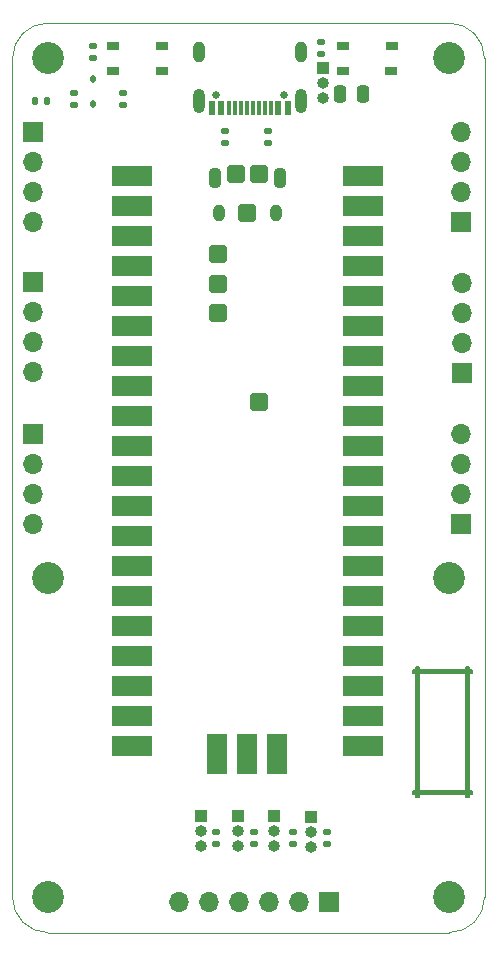
<source format=gbr>
%TF.GenerationSoftware,KiCad,Pcbnew,7.0.7*%
%TF.CreationDate,2024-10-30T16:50:21+00:00*%
%TF.ProjectId,Ponder-Pico2,506f6e64-6572-42d5-9069-636f322e6b69,1.0*%
%TF.SameCoordinates,Original*%
%TF.FileFunction,Soldermask,Top*%
%TF.FilePolarity,Negative*%
%FSLAX46Y46*%
G04 Gerber Fmt 4.6, Leading zero omitted, Abs format (unit mm)*
G04 Created by KiCad (PCBNEW 7.0.7) date 2024-10-30 16:50:21*
%MOMM*%
%LPD*%
G01*
G04 APERTURE LIST*
G04 Aperture macros list*
%AMRoundRect*
0 Rectangle with rounded corners*
0 $1 Rounding radius*
0 $2 $3 $4 $5 $6 $7 $8 $9 X,Y pos of 4 corners*
0 Add a 4 corners polygon primitive as box body*
4,1,4,$2,$3,$4,$5,$6,$7,$8,$9,$2,$3,0*
0 Add four circle primitives for the rounded corners*
1,1,$1+$1,$2,$3*
1,1,$1+$1,$4,$5*
1,1,$1+$1,$6,$7*
1,1,$1+$1,$8,$9*
0 Add four rect primitives between the rounded corners*
20,1,$1+$1,$2,$3,$4,$5,0*
20,1,$1+$1,$4,$5,$6,$7,0*
20,1,$1+$1,$6,$7,$8,$9,0*
20,1,$1+$1,$8,$9,$2,$3,0*%
G04 Aperture macros list end*
%ADD10C,0.150000*%
%ADD11C,0.650000*%
%ADD12R,0.600000X1.150000*%
%ADD13R,0.300000X1.150000*%
%ADD14O,1.000000X2.100000*%
%ADD15O,1.000000X1.800000*%
%ADD16C,2.700000*%
%ADD17RoundRect,0.135000X-0.185000X0.135000X-0.185000X-0.135000X0.185000X-0.135000X0.185000X0.135000X0*%
%ADD18RoundRect,0.135000X0.185000X-0.135000X0.185000X0.135000X-0.185000X0.135000X-0.185000X-0.135000X0*%
%ADD19RoundRect,0.112500X-0.112500X0.187500X-0.112500X-0.187500X0.112500X-0.187500X0.112500X0.187500X0*%
%ADD20RoundRect,0.250000X-0.250000X-0.475000X0.250000X-0.475000X0.250000X0.475000X-0.250000X0.475000X0*%
%ADD21O,1.100000X1.800000*%
%ADD22O,1.050000X1.450000*%
%ADD23R,3.500000X1.700000*%
%ADD24R,1.700000X3.500000*%
%ADD25RoundRect,0.400000X-0.400000X-0.400000X0.400000X-0.400000X0.400000X0.400000X-0.400000X0.400000X0*%
%ADD26RoundRect,0.135000X-0.135000X-0.185000X0.135000X-0.185000X0.135000X0.185000X-0.135000X0.185000X0*%
%ADD27R,1.050000X0.650000*%
%ADD28R,1.000000X1.000000*%
%ADD29O,1.000000X1.000000*%
%ADD30R,1.700000X1.700000*%
%ADD31O,1.700000X1.700000*%
%TA.AperFunction,Profile*%
%ADD32C,0.100000*%
%TD*%
G04 APERTURE END LIST*
D10*
X154500000Y-127750000D02*
X159500000Y-127750000D01*
X159500000Y-128000000D01*
X154500000Y-128000000D01*
X154500000Y-127750000D01*
G36*
X154500000Y-127750000D02*
G01*
X159500000Y-127750000D01*
X159500000Y-128000000D01*
X154500000Y-128000000D01*
X154500000Y-127750000D01*
G37*
X154750000Y-127500000D02*
X155000000Y-127500000D01*
X155000000Y-138500000D01*
X154750000Y-138500000D01*
X154750000Y-127500000D01*
G36*
X154750000Y-127500000D02*
G01*
X155000000Y-127500000D01*
X155000000Y-138500000D01*
X154750000Y-138500000D01*
X154750000Y-127500000D01*
G37*
X159000000Y-127500000D02*
X159250000Y-127500000D01*
X159250000Y-138500000D01*
X159000000Y-138500000D01*
X159000000Y-127500000D01*
G36*
X159000000Y-127500000D02*
G01*
X159250000Y-127500000D01*
X159250000Y-138500000D01*
X159000000Y-138500000D01*
X159000000Y-127500000D01*
G37*
X154500000Y-138000000D02*
X159500000Y-138000000D01*
X159500000Y-138250000D01*
X154500000Y-138250000D01*
X154500000Y-138000000D01*
G36*
X154500000Y-138000000D02*
G01*
X159500000Y-138000000D01*
X159500000Y-138250000D01*
X154500000Y-138250000D01*
X154500000Y-138000000D01*
G37*
D11*
%TO.C,J1*%
X143590000Y-79105000D03*
X137810000Y-79105000D03*
D12*
X143900000Y-80180000D03*
X143100000Y-80180000D03*
D13*
X141950000Y-80180000D03*
X140950000Y-80180000D03*
X140450000Y-80180000D03*
X139450000Y-80180000D03*
D12*
X138300000Y-80180000D03*
X137500000Y-80180000D03*
X137500000Y-80180000D03*
X138300000Y-80180000D03*
D13*
X138950000Y-80180000D03*
X139950000Y-80180000D03*
X141450000Y-80180000D03*
X142450000Y-80180000D03*
D12*
X143100000Y-80180000D03*
X143900000Y-80180000D03*
D14*
X145020000Y-79605000D03*
D15*
X145020000Y-75425000D03*
D14*
X136380000Y-79605000D03*
D15*
X136380000Y-75425000D03*
%TD*%
D16*
%TO.C,H4*%
X123600000Y-120000000D03*
%TD*%
D17*
%TO.C,R4*%
X146700000Y-74590000D03*
X146700000Y-75610000D03*
%TD*%
%TO.C,R47*%
X147215000Y-141490000D03*
X147215000Y-142510000D03*
%TD*%
D18*
%TO.C,R2*%
X138600000Y-83110000D03*
X138600000Y-82090000D03*
%TD*%
D19*
%TO.C,D10*%
X127400000Y-77750000D03*
X127400000Y-79850000D03*
%TD*%
D17*
%TO.C,R45*%
X137865000Y-141490000D03*
X137865000Y-142510000D03*
%TD*%
D18*
%TO.C,R1*%
X142200000Y-83110000D03*
X142200000Y-82090000D03*
%TD*%
D20*
%TO.C,C13*%
X148350000Y-79000000D03*
X150250000Y-79000000D03*
%TD*%
D16*
%TO.C,H2*%
X157575000Y-75985000D03*
%TD*%
D21*
%TO.C,U1*%
X137775000Y-86080000D03*
D22*
X138075000Y-89110000D03*
X142925000Y-89110000D03*
D21*
X143225000Y-86080000D03*
D23*
X130710000Y-85950000D03*
X130710000Y-88490000D03*
X130710000Y-91030000D03*
X130710000Y-93570000D03*
X130710000Y-96110000D03*
X130710000Y-98650000D03*
X130710000Y-101190000D03*
X130710000Y-103730000D03*
X130710000Y-106270000D03*
X130710000Y-108810000D03*
X130710000Y-111350000D03*
X130710000Y-113890000D03*
X130710000Y-116430000D03*
X130710000Y-118970000D03*
X130710000Y-121510000D03*
X130710000Y-124050000D03*
X130710000Y-126590000D03*
X130710000Y-129130000D03*
X130710000Y-131670000D03*
X130710000Y-134210000D03*
X150290000Y-134210000D03*
X150290000Y-131670000D03*
X150290000Y-129130000D03*
X150290000Y-126590000D03*
X150290000Y-124050000D03*
X150290000Y-121510000D03*
X150290000Y-118970000D03*
X150290000Y-116430000D03*
X150290000Y-113890000D03*
X150290000Y-111350000D03*
X150290000Y-108810000D03*
X150290000Y-106270000D03*
X150290000Y-103730000D03*
X150290000Y-101190000D03*
X150290000Y-98650000D03*
X150290000Y-96110000D03*
X150290000Y-93570000D03*
X150290000Y-91030000D03*
X150290000Y-88490000D03*
X150290000Y-85950000D03*
D24*
X137960000Y-134880000D03*
X140500000Y-134880000D03*
X143040000Y-134880000D03*
D25*
X140500000Y-89080000D03*
X141500000Y-85780000D03*
X139500000Y-85780000D03*
X138000000Y-92580000D03*
X138000000Y-95080000D03*
X138000000Y-97580000D03*
X141500000Y-105080000D03*
%TD*%
D16*
%TO.C,H1*%
X123600000Y-75985000D03*
%TD*%
D18*
%TO.C,R44*%
X125800000Y-79910000D03*
X125800000Y-78890000D03*
%TD*%
D16*
%TO.C,H3*%
X157575000Y-120000000D03*
%TD*%
D26*
%TO.C,R43*%
X122490000Y-79600000D03*
X123510000Y-79600000D03*
%TD*%
D17*
%TO.C,R48*%
X144315000Y-141490000D03*
X144315000Y-142510000D03*
%TD*%
D16*
%TO.C,H6*%
X157575000Y-147000000D03*
%TD*%
D27*
%TO.C,SW2*%
X129150000Y-74925000D03*
X133300000Y-74925000D03*
X129150000Y-77075000D03*
X133275000Y-77075000D03*
%TD*%
D17*
%TO.C,R46*%
X141065000Y-141490000D03*
X141065000Y-142510000D03*
%TD*%
D27*
%TO.C,SW1*%
X148550000Y-74925000D03*
X152700000Y-74925000D03*
X148550000Y-77075000D03*
X152675000Y-77075000D03*
%TD*%
D17*
%TO.C,R8*%
X127400000Y-74890000D03*
X127400000Y-75910000D03*
%TD*%
D16*
%TO.C,H5*%
X123600000Y-147000000D03*
%TD*%
D17*
%TO.C,R7*%
X130000000Y-78890000D03*
X130000000Y-79910000D03*
%TD*%
D28*
%TO.C,J12*%
X145865000Y-140180000D03*
D29*
X145865000Y-141450000D03*
X145865000Y-142720000D03*
%TD*%
D30*
%TO.C,J6*%
X158625000Y-102580000D03*
D31*
X158625000Y-100040000D03*
X158625000Y-97500000D03*
X158625000Y-94960000D03*
%TD*%
D28*
%TO.C,J13*%
X142765000Y-140150000D03*
D29*
X142765000Y-141420000D03*
X142765000Y-142690000D03*
%TD*%
D30*
%TO.C,J2*%
X122375000Y-82175000D03*
D31*
X122375000Y-84715000D03*
X122375000Y-87255000D03*
X122375000Y-89795000D03*
%TD*%
D30*
%TO.C,J7*%
X158600000Y-89800000D03*
D31*
X158600000Y-87260000D03*
X158600000Y-84720000D03*
X158600000Y-82180000D03*
%TD*%
D30*
%TO.C,J3*%
X122375000Y-94950000D03*
D31*
X122375000Y-97490000D03*
X122375000Y-100030000D03*
X122375000Y-102570000D03*
%TD*%
D30*
%TO.C,J5*%
X158600000Y-115420000D03*
D31*
X158600000Y-112880000D03*
X158600000Y-110340000D03*
X158600000Y-107800000D03*
%TD*%
D30*
%TO.C,J8*%
X147425000Y-147400000D03*
D31*
X144885000Y-147400000D03*
X142345000Y-147400000D03*
X139805000Y-147400000D03*
X137265000Y-147400000D03*
X134725000Y-147400000D03*
%TD*%
D28*
%TO.C,J14*%
X139665000Y-140160000D03*
D29*
X139665000Y-141430000D03*
X139665000Y-142700000D03*
%TD*%
D28*
%TO.C,J9*%
X146900000Y-76825000D03*
D29*
X146900000Y-78095000D03*
X146900000Y-79365000D03*
%TD*%
D28*
%TO.C,J15*%
X136565000Y-140160000D03*
D29*
X136565000Y-141430000D03*
X136565000Y-142700000D03*
%TD*%
D30*
%TO.C,J4*%
X122350000Y-107805000D03*
D31*
X122350000Y-110345000D03*
X122350000Y-112885000D03*
X122350000Y-115425000D03*
%TD*%
D32*
X120600000Y-146987500D02*
X120600000Y-75985000D01*
X160575000Y-75985000D02*
G75*
G03*
X157575000Y-72985000I-3000000J0D01*
G01*
X123600000Y-72985000D02*
G75*
G03*
X120600000Y-75985000I0J-3000000D01*
G01*
X120600000Y-146987500D02*
G75*
G03*
X123612500Y-150000000I3012500J0D01*
G01*
X123600000Y-72985000D02*
X157575000Y-72985000D01*
X157587500Y-150000000D02*
G75*
G03*
X160575000Y-147012500I0J2987500D01*
G01*
X157587500Y-150000000D02*
X123612500Y-150000000D01*
X160575000Y-75985000D02*
X160575000Y-147012500D01*
M02*

</source>
